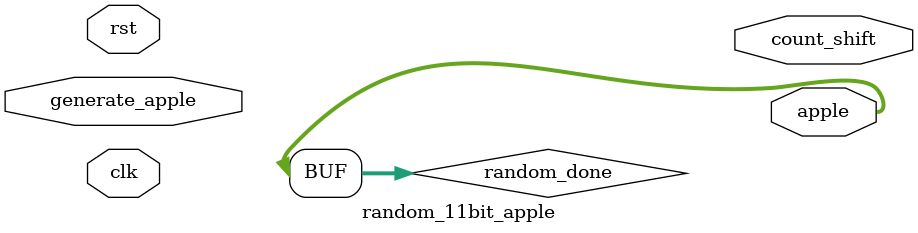
<source format=v>
module random_11bit_apple (
    input clk,
    input rst,
    input generate_apple,
    output [10:0] apple ,
    output [3:0] count_shift
    );

wire feedback; 

reg [10:0] random, random_next, random_done;
reg [3:0] count, count_next; //to keep track of the shifts
reg apple_done_reg;
assign feedback = random[10] ^ random[8];

always @ (posedge clk or posedge rst) begin
	if (rst) begin
		random <= 11'b00011111111; //An LFSR cannot have an all 0 state, thus reset to FF
		count <= 0;
		apple_done_reg <= 0;
	end
    else if (generate_apple) begin
        count <= 0;
        apple_done_reg <= 0;
    end
    else begin
//        if (count != 12) begin
//            random_next = random; //default state stays the same
//            count_next = count;
                
//            random_next = {random[9:0], feedback}; //shift left the xor'd every posedge clk
//            count_next = count + 1;
//        end	   
//        if (count <= 11) begin
//            random <= random_next;
//            count <= count_next;
//        end
//        if (count == 11) begin
//            count = 12;
//            random_done = random; //assign the random number to output after 13 shifts
//            apple_done_reg = 1'b1;
//        end
	end
end

//always @ (*) begin
//    if (count != 12) begin
//        random_next = random; //default state stays the same
//        count_next = count;
            
//        random_next = {random[9:0], feedback}; //shift left the xor'd every posedge clk
//        count_next = count + 1;
//    end

//	if (count == 11) begin
//		count = 12;
//		random_done = random; //assign the random number to output after 13 shifts
//		apple_done_reg = 1'b1;
//	end
//end


assign apple = random_done;
assign apple_done = apple_done_reg;

endmodule
</source>
